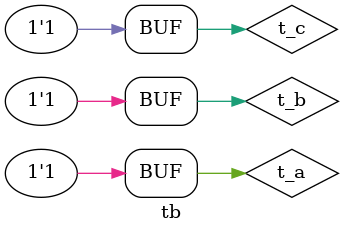
<source format=v>
module tb;
reg t_a;
reg t_b;
reg t_c;
wire t_x;
wire t_n;
wire t_z;
wire t_o;
circuit2 c2(.a(t_a),.b(t_b),.c(t_c),.z(t_z));
initial begin $dumpfile("dump.vcd");
$dumpvars(0,tb);
end
initial begin $monitor(t_a,t_b,t_c,t_z);
t_a=1'b0;
t_b=1'b0;
t_c=1'b0;
#10
t_a=1'b0;
t_b=1'b0;
t_c=1'b1;
#10
t_a=1'b0;
t_b=1'b1;
t_c=1'b0;
#10
t_a=1'b0;
t_b=1'b1;
t_c=1'b1;
#10
t_a=1'b1;
t_b=1'b0;
t_c=1'b0;
#10
t_a=1'b1;
t_b=1'b0;
t_c=1'b1;
#10
t_a=1'b1;
t_b=1'b1;
t_c=1'b0;
#10
t_a=1'b1;
t_b=1'b1;
t_c=1'b1;

end
endmodule


</source>
